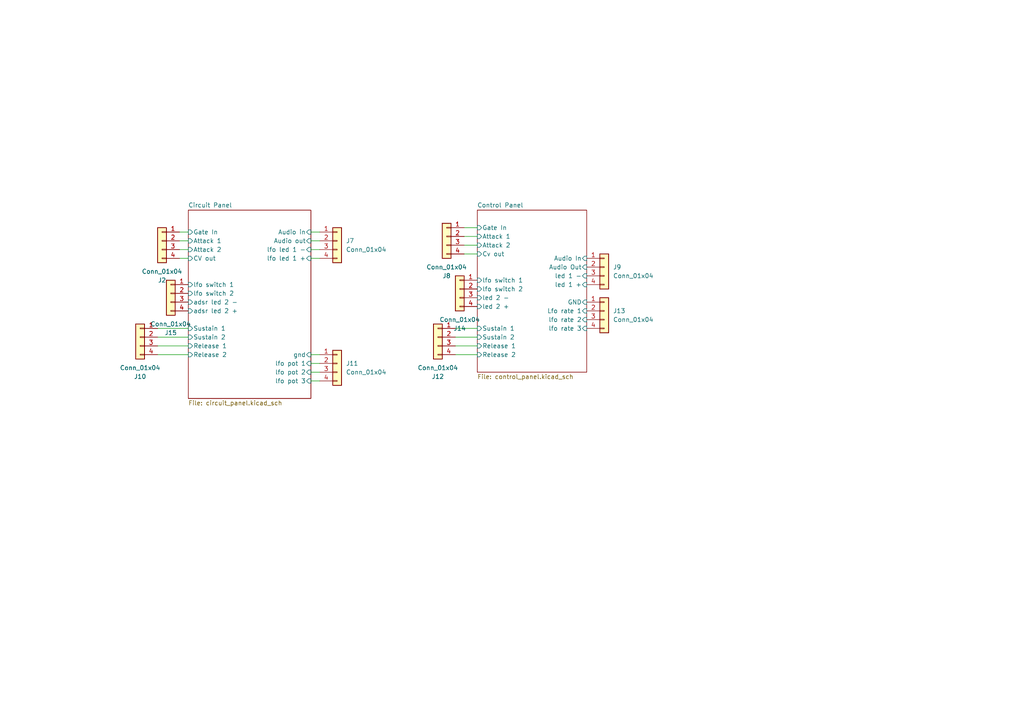
<source format=kicad_sch>
(kicad_sch (version 20230121) (generator eeschema)
  (paper "A4")
  (lib_symbols
    (symbol "Connector_Generic:Conn_01x04" (pin_names (offset 1.016) hide)
      (property "Reference" "J" (at 0 5.08 0))
      (property "Value" "Conn_01x04" (at 0 -7.62 0))
      (symbol "Conn_01x04_1_1"
        (rectangle (start -1.27 -4.953) (end 0 -5.207) (stroke (width 0.1524)))
        (rectangle (start -1.27 -2.413) (end 0 -2.667) (stroke (width 0.1524)))
        (rectangle (start -1.27 0.127) (end 0 -0.127) (stroke (width 0.1524)))
        (rectangle (start -1.27 2.667) (end 0 2.413) (stroke (width 0.1524)))
        (rectangle (start -1.27 3.81) (end 1.27 -6.35) (stroke (width 0.254)) (fill (type background)))
        (pin passive line (at -5.08 2.54 0) (length 3.81) (name "Pin_1") (number "1"))
        (pin passive line (at -5.08 0 0) (length 3.81) (name "Pin_2") (number "2"))
        (pin passive line (at -5.08 -2.54 0) (length 3.81) (name "Pin_3") (number "3"))
        (pin passive line (at -5.08 -5.08 0) (length 3.81) (name "Pin_4") (number "4"))
      )
    )
  )
  (wire (pts (xy 132.08 97.79) (xy 138.43 97.79)))
  (wire (pts (xy 90.17 74.93) (xy 92.71 74.93)))
  (wire (pts (xy 52.07 67.31) (xy 54.61 67.31)))
  (wire (pts (xy 134.62 73.66) (xy 138.43 73.66)))
  (wire (pts (xy 45.72 102.87) (xy 54.61 102.87)))
  (wire (pts (xy 45.72 100.33) (xy 54.61 100.33)))
  (wire (pts (xy 54.61 72.39) (xy 52.07 72.39)))
  (wire (pts (xy 90.17 107.95) (xy 92.71 107.95)))
  (wire (pts (xy 134.62 66.04) (xy 138.43 66.04)))
  (wire (pts (xy 90.17 72.39) (xy 92.71 72.39)))
  (wire (pts (xy 90.17 105.41) (xy 92.71 105.41)))
  (wire (pts (xy 45.72 95.25) (xy 54.61 95.25)))
  (wire (pts (xy 132.08 100.33) (xy 138.43 100.33)))
  (wire (pts (xy 90.17 67.31) (xy 92.71 67.31)))
  (wire (pts (xy 90.17 69.85) (xy 92.71 69.85)))
  (wire (pts (xy 132.08 102.87) (xy 138.43 102.87)))
  (wire (pts (xy 45.72 97.79) (xy 54.61 97.79)))
  (wire (pts (xy 132.08 95.25) (xy 138.43 95.25)))
  (wire (pts (xy 90.17 102.87) (xy 92.71 102.87)))
  (wire (pts (xy 134.62 68.58) (xy 138.43 68.58)))
  (wire (pts (xy 92.71 110.49) (xy 90.17 110.49)))
  (wire (pts (xy 52.07 74.93) (xy 54.61 74.93)))
  (wire (pts (xy 52.07 69.85) (xy 54.61 69.85)))
  (wire (pts (xy 134.62 71.12) (xy 138.43 71.12)))
  (symbol (lib_id "Connector_Generic:Conn_01x04") (at 40.64 97.79 0) (mirror y) (unit 1)
    (property "Reference" "J10" (at 40.64 109.22 0))
    (property "Value" "Conn_01x04" (at 40.64 106.68 0))
    (property "Footprint" "Connector_PinHeader_2.54mm:PinHeader_1x04_P2.54mm_Vertical" (effects hide))
  )
  (symbol (lib_id "Connector_Generic:Conn_01x04") (at 97.79 69.85 0) (unit 1)
    (property "Reference" "J7" (at 100.33 69.85 0) (effects (justify left)))
    (property "Value" "Conn_01x04" (at 100.33 72.39 0) (effects (justify left)))
    (property "Footprint" "Connector_PinHeader_2.54mm:PinHeader_1x04_P2.54mm_Vertical" (effects hide))
  )
  (symbol (lib_id "Connector_Generic:Conn_01x04") (at 133.35 83.82 0) (mirror y) (unit 1)
    (property "Reference" "J14" (at 133.35 95.25 0))
    (property "Value" "Conn_01x04" (at 133.35 92.71 0))
    (property "Footprint" "Connector_PinHeader_2.54mm:PinHeader_1x04_P2.54mm_Vertical" (effects hide))
  )
  (symbol (lib_id "Connector_Generic:Conn_01x04") (at 129.54 68.58 0) (mirror y) (unit 1)
    (property "Reference" "J8" (at 129.54 80.01 0))
    (property "Value" "Conn_01x04" (at 129.54 77.47 0))
    (property "Footprint" "Connector_PinHeader_2.54mm:PinHeader_1x04_P2.54mm_Vertical" (effects hide))
  )
  (symbol (lib_id "Connector_Generic:Conn_01x04") (at 175.26 77.47 0) (unit 1)
    (property "Reference" "J9" (at 177.8 77.47 0) (effects (justify left)))
    (property "Value" "Conn_01x04" (at 177.8 80.01 0) (effects (justify left)))
    (property "Footprint" "Connector_PinHeader_2.54mm:PinHeader_1x04_P2.54mm_Vertical" (effects hide))
  )
  (symbol (lib_id "Connector_Generic:Conn_01x04") (at 127 97.79 0) (mirror y) (unit 1)
    (property "Reference" "J12" (at 127 109.22 0))
    (property "Value" "Conn_01x04" (at 127 106.68 0))
    (property "Footprint" "Connector_PinHeader_2.54mm:PinHeader_1x04_P2.54mm_Vertical" (effects hide))
  )
  (symbol (lib_id "Connector_Generic:Conn_01x04") (at 49.53 85.09 0) (mirror y) (unit 1)
    (property "Reference" "J15" (at 49.53 96.52 0))
    (property "Value" "Conn_01x04" (at 49.53 93.98 0))
    (property "Footprint" "Connector_PinHeader_2.54mm:PinHeader_1x04_P2.54mm_Vertical" (effects hide))
  )
  (symbol (lib_id "Connector_Generic:Conn_01x04") (at 97.79 105.41 0) (unit 1)
    (property "Reference" "J11" (at 100.33 105.41 0) (effects (justify left)))
    (property "Value" "Conn_01x04" (at 100.33 107.95 0) (effects (justify left)))
    (property "Footprint" "Connector_PinHeader_2.54mm:PinHeader_1x04_P2.54mm_Vertical" (effects hide))
  )
  (symbol (lib_id "Connector_Generic:Conn_01x04") (at 175.26 90.17 0) (unit 1)
    (property "Reference" "J13" (at 177.8 90.17 0) (effects (justify left)))
    (property "Value" "Conn_01x04" (at 177.8 92.71 0) (effects (justify left)))
    (property "Footprint" "Connector_PinHeader_2.54mm:PinHeader_1x04_P2.54mm_Vertical" (effects hide))
  )
  (symbol (lib_id "Connector_Generic:Conn_01x04") (at 46.99 69.85 0) (mirror y) (unit 1)
    (property "Reference" "J2" (at 46.99 81.28 0))
    (property "Value" "Conn_01x04" (at 46.99 78.74 0))
    (property "Footprint" "Connector_PinHeader_2.54mm:PinHeader_1x04_P2.54mm_Vertical" (effects hide))
  )
  (sheet (at 54.61 60.96) (size 35.56 54.61) (stroke (width 0.1524))
    (property "Sheetname" "Circuit Panel" (at 54.61 60.2484 0) (effects (justify left bottom)))
    (property "Sheetfile" "circuit_panel.kicad_sch" (at 54.61 116.1546 0) (effects (justify left top)))
    (pin "Sustain 1" input (at 54.61 95.25 180))
    (pin "lfo switch 2" input (at 54.61 85.09 180))
    (pin "lfo switch 1" input (at 54.61 82.55 180))
    (pin "lfo led 1 +" input (at 90.17 74.93 0))
    (pin "lfo led 1 -" input (at 90.17 72.39 0))
    (pin "Audio in" input (at 90.17 67.31 0))
    (pin "CV out" input (at 54.61 74.93 180))
    (pin "Attack 2" input (at 54.61 72.39 180))
    (pin "Attack 1" input (at 54.61 69.85 180))
    (pin "Sustain 2" input (at 54.61 97.79 180))
    (pin "Release 2" input (at 54.61 102.87 180))
    (pin "Release 1" input (at 54.61 100.33 180))
    (pin "Gate In" input (at 54.61 67.31 180))
    (pin "lfo pot 3" input (at 90.17 110.49 0))
    (pin "lfo pot 2" input (at 90.17 107.95 0))
    (pin "lfo pot 1" input (at 90.17 105.41 0))
    (pin "Audio out" input (at 90.17 69.85 0))
    (pin "adsr led 2 +" input (at 54.61 90.17 180))
    (pin "adsr led 2 -" input (at 54.61 87.63 180))
    (pin "gnd" input (at 90.17 102.87 0))
  )
  (sheet (at 138.43 60.96) (size 31.75 46.99) (stroke (width 0.1524))
    (property "Sheetname" "Control Panel" (at 138.43 60.2484 0) (effects (justify left bottom)))
    (property "Sheetfile" "control_panel.kicad_sch" (at 138.43 108.5346 0) (effects (justify left top)))
    (pin "lfo switch 1" input (at 138.43 81.28 180))
    (pin "lfo switch 2" input (at 138.43 83.82 180))
    (pin "Release 1" input (at 138.43 100.33 180))
    (pin "Lfo rate 1" input (at 170.18 90.17 0))
    (pin "Release 2" input (at 138.43 102.87 180))
    (pin "lfo rate 2" input (at 170.18 92.71 0))
    (pin "Attack 2" input (at 138.43 71.12 180))
    (pin "Sustain 2" input (at 138.43 97.79 180))
    (pin "Sustain 1" input (at 138.43 95.25 180))
    (pin "Attack 1" input (at 138.43 68.58 180))
    (pin "led 1 -" input (at 170.18 80.01 0))
    (pin "Audio In" input (at 170.18 74.93 0))
    (pin "led 2 +" input (at 138.43 88.9 180))
    (pin "Audio Out" input (at 170.18 77.47 0))
    (pin "Cv out" input (at 138.43 73.66 180))
    (pin "lfo rate 3" input (at 170.18 95.25 0))
    (pin "led 1 +" input (at 170.18 82.55 0))
    (pin "Gate In" input (at 138.43 66.04 180))
    (pin "led 2 -" input (at 138.43 86.36 180))
    (pin "GND" input (at 170.18 87.63 0))
  )
)
</source>
